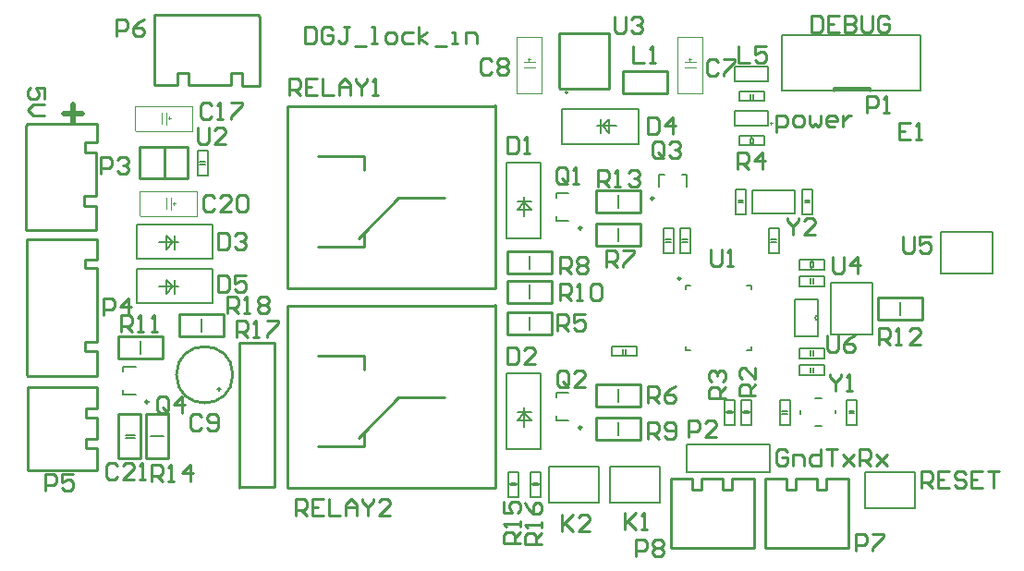
<source format=gto>
%FSLAX25Y25*%
%MOIN*%
G70*
G01*
G75*
%ADD10R,0.04724X0.05512*%
%ADD11R,0.05500X0.07700*%
%ADD12R,0.04200X0.08800*%
%ADD13R,0.04000X0.04000*%
%ADD14R,0.07200X0.16000*%
%ADD15R,0.07200X0.08000*%
%ADD16R,0.08000X0.02500*%
%ADD17R,0.02500X0.04000*%
%ADD18R,0.01400X0.04000*%
%ADD19R,0.08800X0.04200*%
%ADD20R,0.04000X0.04000*%
%ADD21R,0.07000X0.06000*%
%ADD22R,0.05512X0.04724*%
%ADD23R,0.05906X0.04724*%
%ADD24R,0.02953X0.02362*%
%ADD25R,0.04000X0.03500*%
%ADD26R,0.03937X0.07087*%
%ADD27R,0.04724X0.03150*%
%ADD28R,0.02362X0.02953*%
%ADD29R,0.02362X0.07874*%
%ADD30R,0.03150X0.04724*%
%ADD31R,0.05906X0.01969*%
%ADD32R,0.05906X0.02362*%
%ADD33R,0.05906X0.02480*%
%ADD34R,0.06000X0.07000*%
%ADD35R,0.07700X0.05500*%
%ADD36O,0.01180X0.05906*%
%ADD37O,0.05906X0.01180*%
%ADD38R,0.17716X0.17716*%
%ADD39C,0.02000*%
%ADD40C,0.01000*%
%ADD41C,0.04000*%
%ADD42C,0.08000*%
%ADD43C,0.10000*%
%ADD44C,0.08000*%
%ADD45R,0.08000X0.08000*%
%ADD46R,0.08000X0.06000*%
%ADD47O,0.08000X0.06000*%
%ADD48C,0.06000*%
%ADD49R,0.06000X0.06000*%
%ADD50R,0.05906X0.05906*%
%ADD51C,0.05906*%
%ADD52R,0.06000X0.08000*%
%ADD53O,0.06000X0.08000*%
%ADD54C,0.20000*%
%ADD55C,0.04000*%
%ADD56R,0.03000X0.03000*%
%ADD57C,0.02500*%
%ADD58C,0.05000*%
%ADD59R,0.17700X0.17700*%
%ADD60C,0.00600*%
%ADD61C,0.00984*%
%ADD62C,0.00787*%
%ADD63C,0.00800*%
%ADD64C,0.00400*%
D39*
X16200Y162298D02*
X22864D01*
X19532Y165631D02*
Y158966D01*
D40*
X77171Y68200D02*
G03*
X77171Y68200I-10171J0D01*
G01*
X197916Y170000D02*
G03*
X197916Y170000I-316J0D01*
G01*
X238551Y102873D02*
G03*
X238551Y102873I-424J0D01*
G01*
X79600Y79700D02*
X91300D01*
X79600Y27500D02*
Y79700D01*
Y27500D02*
X79700Y27600D01*
X92100D01*
X92200Y27700D01*
Y79600D01*
X92100Y79700D02*
X92200Y79600D01*
X91300Y79700D02*
X92100D01*
X122450Y45500D02*
X124450Y47500D01*
X107950Y75000D02*
X124450D01*
Y70000D02*
Y75000D01*
X107950Y42500D02*
X124450D01*
Y47500D01*
X136950Y60000D01*
X153450D01*
X171950Y27500D02*
Y93500D01*
X171450Y93000D02*
X171950Y93500D01*
X96950Y93000D02*
X171450D01*
X96950Y27500D02*
Y93000D01*
Y27500D02*
X171950D01*
X23800Y148300D02*
Y152100D01*
X28000Y147400D02*
Y148300D01*
X23800D02*
X28000D01*
Y132800D02*
Y147400D01*
X23800Y152100D02*
X28200D01*
Y158600D01*
X3200D02*
X28200D01*
X2500Y157900D02*
X3200Y158600D01*
X2500Y120500D02*
Y157900D01*
Y120500D02*
X17500D01*
X23500Y132800D02*
X28000D01*
X23500Y129000D02*
Y132800D01*
Y129000D02*
X28000D01*
Y120500D02*
Y129000D01*
X17500Y120500D02*
X28000D01*
X74000Y82000D02*
Y90000D01*
X58000D02*
X74000D01*
X58000Y82000D02*
Y90000D01*
Y82000D02*
X74000D01*
X122450Y117500D02*
X124450Y119500D01*
X107950Y147000D02*
X124450D01*
Y142000D02*
Y147000D01*
X107950Y114500D02*
X124450D01*
Y119500D01*
X136950Y132000D01*
X153450D01*
X171950Y99500D02*
Y165500D01*
X171450Y165000D02*
X171950Y165500D01*
X96950Y165000D02*
X171450D01*
X96950Y99500D02*
Y165000D01*
Y99500D02*
X171950D01*
X194900Y171800D02*
X195300Y171400D01*
X194900Y171800D02*
Y191500D01*
X212900D01*
Y171500D02*
Y191500D01*
X212800Y171400D02*
X212900Y171500D01*
X195300Y171400D02*
X212800D01*
X234000Y169600D02*
Y177600D01*
X218000D02*
X234000D01*
X218000Y169600D02*
Y177600D01*
Y169600D02*
X234000D01*
X76600Y176900D02*
X80400D01*
X75700Y172700D02*
X76600D01*
Y176900D01*
X61100Y172700D02*
X75700D01*
X80400Y172500D02*
Y176900D01*
Y172500D02*
X86900D01*
Y197500D01*
X86200Y198200D02*
X86900Y197500D01*
X48800Y198200D02*
X86200D01*
X48800Y183200D02*
Y198200D01*
X61100Y172700D02*
Y177200D01*
X57300D02*
X61100D01*
X57300Y172700D02*
Y177200D01*
X48800Y172700D02*
X57300D01*
X48800D02*
Y183200D01*
X299300Y5700D02*
Y20700D01*
X269300Y7200D02*
Y25200D01*
Y30700D01*
X276800D01*
Y26700D02*
Y30700D01*
Y26700D02*
X280300D01*
Y30700D01*
X287800D01*
Y26700D02*
Y30700D01*
Y26700D02*
X291300D01*
Y30700D01*
X299300D01*
Y20700D02*
Y30700D01*
X269300Y5700D02*
X299300D01*
X269300D02*
Y7200D01*
X265300Y5700D02*
Y20700D01*
X235300Y7200D02*
Y25200D01*
Y30700D01*
X242800D01*
Y26700D02*
Y30700D01*
Y26700D02*
X246300D01*
Y30700D01*
X253800D01*
Y26700D02*
Y30700D01*
Y26700D02*
X257300D01*
Y30700D01*
X265300D01*
Y20700D02*
Y30700D01*
X235300Y5700D02*
X265300D01*
X235300D02*
Y7200D01*
X36000Y38000D02*
Y54000D01*
X44000D01*
Y38000D02*
Y54000D01*
X36000Y38000D02*
X44000D01*
X310000Y88000D02*
Y96000D01*
Y88000D02*
X326000D01*
Y96000D01*
X310000D02*
X326000D01*
X18300Y67700D02*
X28300D01*
Y76700D01*
X23800D02*
X28300D01*
X23800D02*
Y80200D01*
X28300D01*
Y106700D01*
X23800D02*
X28300D01*
X23800D02*
Y109700D01*
X28300D01*
Y117200D01*
X2800D02*
X28300D01*
X2800Y68200D02*
Y117200D01*
Y68200D02*
X3300Y67700D01*
X18300D01*
X3300Y63700D02*
X4800D01*
X3300Y33700D02*
Y63700D01*
X18300Y33700D02*
X28300D01*
Y41700D01*
X24300D02*
X28300D01*
X24300D02*
Y45200D01*
X28300D01*
Y52700D01*
X24300D02*
X28300D01*
X24300D02*
Y56200D01*
X28300D01*
Y63700D01*
X22800D02*
X28300D01*
X4800D02*
X22800D01*
X3300Y33700D02*
X18300D01*
X36000Y74000D02*
Y82000D01*
Y74000D02*
X52000D01*
Y82000D01*
X36000D02*
X52000D01*
X192300Y94200D02*
Y102200D01*
X176300D02*
X192300D01*
X176300Y94200D02*
Y102200D01*
Y94200D02*
X192300D01*
X224300Y44700D02*
Y52700D01*
X208300D02*
X224300D01*
X208300Y44700D02*
Y52700D01*
Y44700D02*
X224300D01*
X192300Y104700D02*
Y112700D01*
X176300D02*
X192300D01*
X176300Y104700D02*
Y112700D01*
Y104700D02*
X192300D01*
X208300Y114700D02*
Y122700D01*
Y114700D02*
X224300D01*
Y122700D01*
X208300D02*
X224300D01*
Y56700D02*
Y64700D01*
X208300D02*
X224300D01*
X208300Y56700D02*
Y64700D01*
Y56700D02*
X224300D01*
X176300Y82700D02*
Y90700D01*
Y82700D02*
X192300D01*
Y90700D01*
X176300D02*
X192300D01*
X293800Y170700D02*
Y171700D01*
X306800D01*
Y170700D02*
Y171700D01*
X208300Y134700D02*
X224300D01*
Y126700D02*
Y134700D01*
X208300Y126700D02*
X224300D01*
X208300D02*
Y134700D01*
X46000Y38000D02*
Y54000D01*
X54000D01*
Y38000D02*
Y54000D01*
X46000Y38000D02*
X54000D01*
X60900Y139071D02*
Y150471D01*
X43600Y139071D02*
X60900D01*
X43600D02*
Y150471D01*
X60900D01*
X52463Y139071D02*
Y150471D01*
X78700Y81800D02*
Y87798D01*
X81699D01*
X82699Y86798D01*
Y84799D01*
X81699Y83799D01*
X78700D01*
X80699D02*
X82699Y81800D01*
X84698D02*
X86697D01*
X85698D01*
Y87798D01*
X84698Y86798D01*
X89696Y87798D02*
X93695D01*
Y86798D01*
X89696Y82800D01*
Y81800D01*
X100000Y17400D02*
Y23398D01*
X102999D01*
X103999Y22398D01*
Y20399D01*
X102999Y19399D01*
X100000D01*
X101999D02*
X103999Y17400D01*
X109997Y23398D02*
X105998D01*
Y17400D01*
X109997D01*
X105998Y20399D02*
X107997D01*
X111996Y23398D02*
Y17400D01*
X115995D01*
X117994D02*
Y21399D01*
X119993Y23398D01*
X121993Y21399D01*
Y17400D01*
Y20399D01*
X117994D01*
X123992Y23398D02*
Y22398D01*
X125992Y20399D01*
X127991Y22398D01*
Y23398D01*
X125992Y20399D02*
Y17400D01*
X133989D02*
X129990D01*
X133989Y21399D01*
Y22398D01*
X132989Y23398D01*
X130990D01*
X129990Y22398D01*
X75300Y90300D02*
Y96298D01*
X78299D01*
X79299Y95298D01*
Y93299D01*
X78299Y92299D01*
X75300D01*
X77299D02*
X79299Y90300D01*
X81298D02*
X83297D01*
X82298D01*
Y96298D01*
X81298Y95298D01*
X86296D02*
X87296Y96298D01*
X89296D01*
X90295Y95298D01*
Y94299D01*
X89296Y93299D01*
X90295Y92299D01*
Y91300D01*
X89296Y90300D01*
X87296D01*
X86296Y91300D01*
Y92299D01*
X87296Y93299D01*
X86296Y94299D01*
Y95298D01*
X87296Y93299D02*
X89296D01*
X65799Y53098D02*
X64799Y54098D01*
X62800D01*
X61800Y53098D01*
Y49100D01*
X62800Y48100D01*
X64799D01*
X65799Y49100D01*
X67798D02*
X68798Y48100D01*
X70797D01*
X71797Y49100D01*
Y53098D01*
X70797Y54098D01*
X68798D01*
X67798Y53098D01*
Y52099D01*
X68798Y51099D01*
X71797D01*
X97500Y169000D02*
Y174998D01*
X100499D01*
X101499Y173998D01*
Y171999D01*
X100499Y170999D01*
X97500D01*
X99499D02*
X101499Y169000D01*
X107497Y174998D02*
X103498D01*
Y169000D01*
X107497D01*
X103498Y171999D02*
X105497D01*
X109496Y174998D02*
Y169000D01*
X113495D01*
X115494D02*
Y172999D01*
X117493Y174998D01*
X119493Y172999D01*
Y169000D01*
Y171999D01*
X115494D01*
X121492Y174998D02*
Y173998D01*
X123492Y171999D01*
X125491Y173998D01*
Y174998D01*
X123492Y171999D02*
Y169000D01*
X127490D02*
X129490D01*
X128490D01*
Y174998D01*
X127490Y173998D01*
X72000Y104198D02*
Y98200D01*
X74999D01*
X75999Y99200D01*
Y103198D01*
X74999Y104198D01*
X72000D01*
X81997D02*
X77998D01*
Y101199D01*
X79997Y102199D01*
X80997D01*
X81997Y101199D01*
Y99200D01*
X80997Y98200D01*
X78998D01*
X77998Y99200D01*
X214800Y197498D02*
Y192500D01*
X215800Y191500D01*
X217799D01*
X218799Y192500D01*
Y197498D01*
X220798Y196498D02*
X221798Y197498D01*
X223797D01*
X224797Y196498D01*
Y195499D01*
X223797Y194499D01*
X222797D01*
X223797D01*
X224797Y193499D01*
Y192500D01*
X223797Y191500D01*
X221798D01*
X220798Y192500D01*
X291600Y82398D02*
Y77400D01*
X292600Y76400D01*
X294599D01*
X295599Y77400D01*
Y82398D01*
X301597D02*
X299597Y81398D01*
X297598Y79399D01*
Y77400D01*
X298598Y76400D01*
X300597D01*
X301597Y77400D01*
Y78399D01*
X300597Y79399D01*
X297598D01*
X318800Y117898D02*
Y112900D01*
X319800Y111900D01*
X321799D01*
X322799Y112900D01*
Y117898D01*
X328797D02*
X324798D01*
Y114899D01*
X326797Y115899D01*
X327797D01*
X328797Y114899D01*
Y112900D01*
X327797Y111900D01*
X325798D01*
X324798Y112900D01*
X293450Y110648D02*
Y105650D01*
X294450Y104650D01*
X296449D01*
X297449Y105650D01*
Y110648D01*
X302447Y104650D02*
Y110648D01*
X299448Y107649D01*
X303447D01*
X321599Y159198D02*
X317600D01*
Y153200D01*
X321599D01*
X317600Y156199D02*
X319599D01*
X323598Y153200D02*
X325597D01*
X324598D01*
Y159198D01*
X323598Y158198D01*
X226800Y161098D02*
Y155100D01*
X229799D01*
X230799Y156100D01*
Y160098D01*
X229799Y161098D01*
X226800D01*
X235797Y155100D02*
Y161098D01*
X232798Y158099D01*
X236797D01*
X222600Y2800D02*
Y8798D01*
X225599D01*
X226599Y7798D01*
Y5799D01*
X225599Y4799D01*
X222600D01*
X228598Y7798D02*
X229598Y8798D01*
X231597D01*
X232597Y7798D01*
Y6799D01*
X231597Y5799D01*
X232597Y4799D01*
Y3800D01*
X231597Y2800D01*
X229598D01*
X228598Y3800D01*
Y4799D01*
X229598Y5799D01*
X228598Y6799D01*
Y7798D01*
X229598Y5799D02*
X231597D01*
X302000Y4700D02*
Y10698D01*
X304999D01*
X305999Y9698D01*
Y7699D01*
X304999Y6699D01*
X302000D01*
X307998Y10698D02*
X311997D01*
Y9698D01*
X307998Y5700D01*
Y4700D01*
X249600Y113298D02*
Y108300D01*
X250600Y107300D01*
X252599D01*
X253599Y108300D01*
Y113298D01*
X255598Y107300D02*
X257597D01*
X256598D01*
Y113298D01*
X255598Y112298D01*
X35499Y35398D02*
X34499Y36398D01*
X32500D01*
X31500Y35398D01*
Y31400D01*
X32500Y30400D01*
X34499D01*
X35499Y31400D01*
X41497Y30400D02*
X37498D01*
X41497Y34399D01*
Y35398D01*
X40497Y36398D01*
X38498D01*
X37498Y35398D01*
X43496Y30400D02*
X45496D01*
X44496D01*
Y36398D01*
X43496Y35398D01*
X310200Y79000D02*
Y84998D01*
X313199D01*
X314199Y83998D01*
Y81999D01*
X313199Y80999D01*
X310200D01*
X312199D02*
X314199Y79000D01*
X316198D02*
X318197D01*
X317198D01*
Y84998D01*
X316198Y83998D01*
X325195Y79000D02*
X321196D01*
X325195Y82999D01*
Y83998D01*
X324196Y84998D01*
X322196D01*
X321196Y83998D01*
X259600Y186698D02*
Y180700D01*
X263599D01*
X269597Y186698D02*
X265598D01*
Y183699D01*
X267597Y184699D01*
X268597D01*
X269597Y183699D01*
Y181700D01*
X268597Y180700D01*
X266598D01*
X265598Y181700D01*
X35300Y190500D02*
Y196498D01*
X38299D01*
X39299Y195498D01*
Y193499D01*
X38299Y192499D01*
X35300D01*
X45297Y196498D02*
X43297Y195498D01*
X41298Y193499D01*
Y191500D01*
X42298Y190500D01*
X44297D01*
X45297Y191500D01*
Y192499D01*
X44297Y193499D01*
X41298D01*
X36900Y83700D02*
Y89698D01*
X39899D01*
X40899Y88698D01*
Y86699D01*
X39899Y85699D01*
X36900D01*
X38899D02*
X40899Y83700D01*
X42898D02*
X44897D01*
X43898D01*
Y89698D01*
X42898Y88698D01*
X47896Y83700D02*
X49896D01*
X48896D01*
Y89698D01*
X47896Y88698D01*
X9500Y26300D02*
Y32298D01*
X12499D01*
X13499Y31298D01*
Y29299D01*
X12499Y28299D01*
X9500D01*
X19497Y32298D02*
X15498D01*
Y29299D01*
X17497Y30299D01*
X18497D01*
X19497Y29299D01*
Y27300D01*
X18497Y26300D01*
X16498D01*
X15498Y27300D01*
X30500Y89600D02*
Y95598D01*
X33499D01*
X34499Y94598D01*
Y92599D01*
X33499Y91599D01*
X30500D01*
X39497Y89600D02*
Y95598D01*
X36498Y92599D01*
X40497D01*
X64700Y157298D02*
Y152300D01*
X65700Y151300D01*
X67699D01*
X68699Y152300D01*
Y157298D01*
X74697Y151300D02*
X70698D01*
X74697Y155299D01*
Y156298D01*
X73697Y157298D01*
X71698D01*
X70698Y156298D01*
X9298Y167801D02*
Y171800D01*
X6299D01*
X7299Y169801D01*
Y168801D01*
X6299Y167801D01*
X4300D01*
X3300Y168801D01*
Y170800D01*
X4300Y171800D01*
X9298Y165802D02*
X5299D01*
X3300Y163803D01*
X5299Y161803D01*
X9298D01*
X29400Y140700D02*
Y146698D01*
X32399D01*
X33399Y145698D01*
Y143699D01*
X32399Y142699D01*
X29400D01*
X35398Y145698D02*
X36398Y146698D01*
X38397D01*
X39397Y145698D01*
Y144699D01*
X38397Y143699D01*
X37397D01*
X38397D01*
X39397Y142699D01*
Y141700D01*
X38397Y140700D01*
X36398D01*
X35398Y141700D01*
X69499Y165498D02*
X68499Y166498D01*
X66500D01*
X65500Y165498D01*
Y161500D01*
X66500Y160500D01*
X68499D01*
X69499Y161500D01*
X71498Y160500D02*
X73497D01*
X72498D01*
Y166498D01*
X71498Y165498D01*
X76496Y166498D02*
X80495D01*
Y165498D01*
X76496Y161500D01*
Y160500D01*
X197799Y137900D02*
Y141898D01*
X196799Y142898D01*
X194800D01*
X193800Y141898D01*
Y137900D01*
X194800Y136900D01*
X196799D01*
X195799Y138899D02*
X197799Y136900D01*
X196799D02*
X197799Y137900D01*
X199798Y136900D02*
X201797D01*
X200798D01*
Y142898D01*
X199798Y141898D01*
X198299Y64700D02*
Y68698D01*
X197299Y69698D01*
X195300D01*
X194300Y68698D01*
Y64700D01*
X195300Y63700D01*
X197299D01*
X196299Y65699D02*
X198299Y63700D01*
X197299D02*
X198299Y64700D01*
X204297Y63700D02*
X200298D01*
X204297Y67699D01*
Y68698D01*
X203297Y69698D01*
X201298D01*
X200298Y68698D01*
X211800Y107200D02*
Y113198D01*
X214799D01*
X215799Y112198D01*
Y110199D01*
X214799Y109199D01*
X211800D01*
X213799D02*
X215799Y107200D01*
X217798Y113198D02*
X221797D01*
Y112198D01*
X217798Y108200D01*
Y107200D01*
X195300Y104800D02*
Y110798D01*
X198299D01*
X199299Y109798D01*
Y107799D01*
X198299Y106799D01*
X195300D01*
X197299D02*
X199299Y104800D01*
X201298Y109798D02*
X202298Y110798D01*
X204297D01*
X205297Y109798D01*
Y108799D01*
X204297Y107799D01*
X205297Y106799D01*
Y105800D01*
X204297Y104800D01*
X202298D01*
X201298Y105800D01*
Y106799D01*
X202298Y107799D01*
X201298Y108799D01*
Y109798D01*
X202298Y107799D02*
X204297D01*
X226800Y45200D02*
Y51198D01*
X229799D01*
X230799Y50198D01*
Y48199D01*
X229799Y47199D01*
X226800D01*
X228799D02*
X230799Y45200D01*
X232798Y46200D02*
X233798Y45200D01*
X235797D01*
X236797Y46200D01*
Y50198D01*
X235797Y51198D01*
X233798D01*
X232798Y50198D01*
Y49199D01*
X233798Y48199D01*
X236797D01*
X195300Y94900D02*
Y100898D01*
X198299D01*
X199299Y99898D01*
Y97899D01*
X198299Y96899D01*
X195300D01*
X197299D02*
X199299Y94900D01*
X201298D02*
X203297D01*
X202298D01*
Y100898D01*
X201298Y99898D01*
X206296D02*
X207296Y100898D01*
X209296D01*
X210295Y99898D01*
Y95900D01*
X209296Y94900D01*
X207296D01*
X206296Y95900D01*
Y99898D01*
X252099Y181198D02*
X251099Y182198D01*
X249100D01*
X248100Y181198D01*
Y177200D01*
X249100Y176200D01*
X251099D01*
X252099Y177200D01*
X254098Y182198D02*
X258097D01*
Y181198D01*
X254098Y177200D01*
Y176200D01*
X170399Y181398D02*
X169399Y182398D01*
X167400D01*
X166400Y181398D01*
Y177400D01*
X167400Y176400D01*
X169399D01*
X170399Y177400D01*
X172398Y181398D02*
X173398Y182398D01*
X175397D01*
X176397Y181398D01*
Y180399D01*
X175397Y179399D01*
X176397Y178399D01*
Y177400D01*
X175397Y176400D01*
X173398D01*
X172398Y177400D01*
Y178399D01*
X173398Y179399D01*
X172398Y180399D01*
Y181398D01*
X173398Y179399D02*
X175397D01*
X218400Y18298D02*
Y12300D01*
Y14299D01*
X222399Y18298D01*
X219400Y15299D01*
X222399Y12300D01*
X224398D02*
X226397D01*
X225398D01*
Y18298D01*
X224398Y17298D01*
X195800Y17698D02*
Y11700D01*
Y13699D01*
X199799Y17698D01*
X196800Y14699D01*
X199799Y11700D01*
X205797D02*
X201798D01*
X205797Y15699D01*
Y16698D01*
X204797Y17698D01*
X202798D01*
X201798Y16698D01*
X221700Y186598D02*
Y180600D01*
X225699D01*
X227698D02*
X229697D01*
X228698D01*
Y186598D01*
X227698Y185598D01*
X273300Y155601D02*
Y161599D01*
X276299D01*
X277299Y160599D01*
Y158600D01*
X276299Y157600D01*
X273300D01*
X280298D02*
X282297D01*
X283297Y158600D01*
Y160599D01*
X282297Y161599D01*
X280298D01*
X279298Y160599D01*
Y158600D01*
X280298Y157600D01*
X285296Y161599D02*
Y158600D01*
X286296Y157600D01*
X287296Y158600D01*
X288295Y157600D01*
X289295Y158600D01*
Y161599D01*
X294293Y157600D02*
X292294D01*
X291294Y158600D01*
Y160599D01*
X292294Y161599D01*
X294293D01*
X295293Y160599D01*
Y159599D01*
X291294D01*
X297292Y161599D02*
Y157600D01*
Y159599D01*
X298292Y160599D01*
X299292Y161599D01*
X300291D01*
X285900Y197798D02*
Y191800D01*
X288899D01*
X289899Y192800D01*
Y196798D01*
X288899Y197798D01*
X285900D01*
X295897D02*
X291898D01*
Y191800D01*
X295897D01*
X291898Y194799D02*
X293897D01*
X297896Y197798D02*
Y191800D01*
X300895D01*
X301895Y192800D01*
Y193799D01*
X300895Y194799D01*
X297896D01*
X300895D01*
X301895Y195799D01*
Y196798D01*
X300895Y197798D01*
X297896D01*
X303894D02*
Y192800D01*
X304894Y191800D01*
X306893D01*
X307893Y192800D01*
Y197798D01*
X313891Y196798D02*
X312891Y197798D01*
X310892D01*
X309892Y196798D01*
Y192800D01*
X310892Y191800D01*
X312891D01*
X313891Y192800D01*
Y194799D01*
X311892D01*
X305900Y162600D02*
Y168598D01*
X308899D01*
X309899Y167598D01*
Y165599D01*
X308899Y164599D01*
X305900D01*
X311898Y162600D02*
X313897D01*
X312898D01*
Y168598D01*
X311898Y167598D01*
X277199Y40498D02*
X276199Y41498D01*
X274200D01*
X273200Y40498D01*
Y36500D01*
X274200Y35500D01*
X276199D01*
X277199Y36500D01*
Y38499D01*
X275199D01*
X279198Y35500D02*
Y39499D01*
X282197D01*
X283197Y38499D01*
Y35500D01*
X289195Y41498D02*
Y35500D01*
X286196D01*
X285196Y36500D01*
Y38499D01*
X286196Y39499D01*
X289195D01*
X291194Y41498D02*
X295193D01*
X293194D01*
Y35500D01*
X297192Y39499D02*
X301191Y35500D01*
X299192Y37499D01*
X301191Y39499D01*
X297192Y35500D01*
X303190D02*
Y41498D01*
X306189D01*
X307189Y40498D01*
Y38499D01*
X306189Y37499D01*
X303190D01*
X305190D02*
X307189Y35500D01*
X309188Y39499D02*
X313187Y35500D01*
X311188Y37499D01*
X313187Y39499D01*
X309188Y35500D01*
X241408Y45608D02*
Y51607D01*
X244408D01*
X245407Y50607D01*
Y48608D01*
X244408Y47608D01*
X241408D01*
X251405Y45608D02*
X247407D01*
X251405Y49607D01*
Y50607D01*
X250406Y51607D01*
X248406D01*
X247407Y50607D01*
X265700Y60700D02*
X259702D01*
Y63699D01*
X260702Y64699D01*
X262701D01*
X263701Y63699D01*
Y60700D01*
Y62699D02*
X265700Y64699D01*
Y70697D02*
Y66698D01*
X261701Y70697D01*
X260702D01*
X259702Y69697D01*
Y67698D01*
X260702Y66698D01*
X254800Y59700D02*
X248802D01*
Y62699D01*
X249802Y63699D01*
X251801D01*
X252801Y62699D01*
Y59700D01*
Y61699D02*
X254800Y63699D01*
X249802Y65698D02*
X248802Y66698D01*
Y68697D01*
X249802Y69697D01*
X250801D01*
X251801Y68697D01*
Y67697D01*
Y68697D01*
X252801Y69697D01*
X253800D01*
X254800Y68697D01*
Y66698D01*
X253800Y65698D01*
X259100Y142300D02*
Y148298D01*
X262099D01*
X263099Y147298D01*
Y145299D01*
X262099Y144299D01*
X259100D01*
X261099D02*
X263099Y142300D01*
X268097D02*
Y148298D01*
X265098Y145299D01*
X269097D01*
X194300Y84200D02*
Y90198D01*
X197299D01*
X198299Y89198D01*
Y87199D01*
X197299Y86199D01*
X194300D01*
X196299D02*
X198299Y84200D01*
X204297Y90198D02*
X200298D01*
Y87199D01*
X202297Y88199D01*
X203297D01*
X204297Y87199D01*
Y85200D01*
X203297Y84200D01*
X201298D01*
X200298Y85200D01*
X226800Y58200D02*
Y64198D01*
X229799D01*
X230799Y63198D01*
Y61199D01*
X229799Y60199D01*
X226800D01*
X228799D02*
X230799Y58200D01*
X236797Y64198D02*
X234797Y63198D01*
X232798Y61199D01*
Y59200D01*
X233798Y58200D01*
X235797D01*
X236797Y59200D01*
Y60199D01*
X235797Y61199D01*
X232798D01*
X325400Y27300D02*
Y33298D01*
X328399D01*
X329399Y32298D01*
Y30299D01*
X328399Y29299D01*
X325400D01*
X327399D02*
X329399Y27300D01*
X335397Y33298D02*
X331398D01*
Y27300D01*
X335397D01*
X331398Y30299D02*
X333397D01*
X341395Y32298D02*
X340395Y33298D01*
X338396D01*
X337396Y32298D01*
Y31299D01*
X338396Y30299D01*
X340395D01*
X341395Y29299D01*
Y28300D01*
X340395Y27300D01*
X338396D01*
X337396Y28300D01*
X347393Y33298D02*
X343394D01*
Y27300D01*
X347393D01*
X343394Y30299D02*
X345393D01*
X349392Y33298D02*
X353391D01*
X351392D01*
Y27300D01*
X292600Y68298D02*
Y67298D01*
X294599Y65299D01*
X296599Y67298D01*
Y68298D01*
X294599Y65299D02*
Y62300D01*
X298598D02*
X300597D01*
X299598D01*
Y68298D01*
X298598Y67298D01*
X277300Y124698D02*
Y123698D01*
X279299Y121699D01*
X281299Y123698D01*
Y124698D01*
X279299Y121699D02*
Y118700D01*
X287297D02*
X283298D01*
X287297Y122699D01*
Y123698D01*
X286297Y124698D01*
X284298D01*
X283298Y123698D01*
X232399Y147300D02*
Y151298D01*
X231399Y152298D01*
X229400D01*
X228400Y151298D01*
Y147300D01*
X229400Y146300D01*
X231399D01*
X230399Y148299D02*
X232399Y146300D01*
X231399D02*
X232399Y147300D01*
X234398Y151298D02*
X235398Y152298D01*
X237397D01*
X238397Y151298D01*
Y150299D01*
X237397Y149299D01*
X236397D01*
X237397D01*
X238397Y148299D01*
Y147300D01*
X237397Y146300D01*
X235398D01*
X234398Y147300D01*
X53999Y55400D02*
Y59398D01*
X52999Y60398D01*
X51000D01*
X50000Y59398D01*
Y55400D01*
X51000Y54400D01*
X52999D01*
X51999Y56399D02*
X53999Y54400D01*
X52999D02*
X53999Y55400D01*
X58997Y54400D02*
Y60398D01*
X55998Y57399D01*
X59997D01*
X208800Y136200D02*
Y142198D01*
X211799D01*
X212799Y141198D01*
Y139199D01*
X211799Y138199D01*
X208800D01*
X210799D02*
X212799Y136200D01*
X214798D02*
X216797D01*
X215798D01*
Y142198D01*
X214798Y141198D01*
X219796D02*
X220796Y142198D01*
X222796D01*
X223795Y141198D01*
Y140199D01*
X222796Y139199D01*
X221796D01*
X222796D01*
X223795Y138199D01*
Y137200D01*
X222796Y136200D01*
X220796D01*
X219796Y137200D01*
X48000Y29800D02*
Y35798D01*
X50999D01*
X51999Y34798D01*
Y32799D01*
X50999Y31799D01*
X48000D01*
X49999D02*
X51999Y29800D01*
X53998D02*
X55997D01*
X54998D01*
Y35798D01*
X53998Y34798D01*
X61996Y29800D02*
Y35798D01*
X58996Y32799D01*
X62995D01*
X180900Y7300D02*
X174902D01*
Y10299D01*
X175902Y11299D01*
X177901D01*
X178901Y10299D01*
Y7300D01*
Y9299D02*
X180900Y11299D01*
Y13298D02*
Y15297D01*
Y14298D01*
X174902D01*
X175902Y13298D01*
X174902Y22295D02*
Y18296D01*
X177901D01*
X176901Y20296D01*
Y21295D01*
X177901Y22295D01*
X179900D01*
X180900Y21295D01*
Y19296D01*
X179900Y18296D01*
X188600Y7100D02*
X182602D01*
Y10099D01*
X183602Y11099D01*
X185601D01*
X186601Y10099D01*
Y7100D01*
Y9099D02*
X188600Y11099D01*
Y13098D02*
Y15097D01*
Y14098D01*
X182602D01*
X183602Y13098D01*
X182602Y22095D02*
X183602Y20096D01*
X185601Y18096D01*
X187600D01*
X188600Y19096D01*
Y21095D01*
X187600Y22095D01*
X186601D01*
X185601Y21095D01*
Y18096D01*
X70699Y131998D02*
X69699Y132998D01*
X67700D01*
X66700Y131998D01*
Y128000D01*
X67700Y127000D01*
X69699D01*
X70699Y128000D01*
X76697Y127000D02*
X72698D01*
X76697Y130999D01*
Y131998D01*
X75697Y132998D01*
X73698D01*
X72698Y131998D01*
X78696D02*
X79696Y132998D01*
X81695D01*
X82695Y131998D01*
Y128000D01*
X81695Y127000D01*
X79696D01*
X78696Y128000D01*
Y131998D01*
X72000Y119498D02*
Y113500D01*
X74999D01*
X75999Y114500D01*
Y118498D01*
X74999Y119498D01*
X72000D01*
X77998Y118498D02*
X78998Y119498D01*
X80997D01*
X81997Y118498D01*
Y117499D01*
X80997Y116499D01*
X79997D01*
X80997D01*
X81997Y115499D01*
Y114500D01*
X80997Y113500D01*
X78998D01*
X77998Y114500D01*
X176350Y154148D02*
Y148150D01*
X179349D01*
X180349Y149150D01*
Y153148D01*
X179349Y154148D01*
X176350D01*
X182348Y148150D02*
X184347D01*
X183348D01*
Y154148D01*
X182348Y153148D01*
X176350Y78148D02*
Y72150D01*
X179349D01*
X180349Y73150D01*
Y77148D01*
X179349Y78148D01*
X176350D01*
X186347Y72150D02*
X182348D01*
X186347Y76149D01*
Y77148D01*
X185347Y78148D01*
X183348D01*
X182348Y77148D01*
X103100Y193598D02*
Y187600D01*
X106099D01*
X107099Y188600D01*
Y192598D01*
X106099Y193598D01*
X103100D01*
X113097Y192598D02*
X112097Y193598D01*
X110098D01*
X109098Y192598D01*
Y188600D01*
X110098Y187600D01*
X112097D01*
X113097Y188600D01*
Y190599D01*
X111097D01*
X119095Y193598D02*
X117095D01*
X118095D01*
Y188600D01*
X117095Y187600D01*
X116096D01*
X115096Y188600D01*
X121094Y186600D02*
X125093D01*
X127092Y187600D02*
X129092D01*
X128092D01*
Y193598D01*
X127092D01*
X133090Y187600D02*
X135090D01*
X136089Y188600D01*
Y190599D01*
X135090Y191599D01*
X133090D01*
X132091Y190599D01*
Y188600D01*
X133090Y187600D01*
X142087Y191599D02*
X139088D01*
X138089Y190599D01*
Y188600D01*
X139088Y187600D01*
X142087D01*
X144087D02*
Y193598D01*
Y189599D02*
X147086Y191599D01*
X144087Y189599D02*
X147086Y187600D01*
X150085Y186600D02*
X154084D01*
X156083Y187600D02*
X158082D01*
X157082D01*
Y191599D01*
X156083D01*
X161081Y187600D02*
Y191599D01*
X164080D01*
X165080Y190599D01*
Y187600D01*
D60*
X288200Y89622D02*
G03*
X288200Y87778I0J-922D01*
G01*
X332700Y104800D02*
X351300D01*
Y119800D01*
X332800D02*
X351300D01*
X332700Y119700D02*
X332800Y119800D01*
X332700Y104800D02*
Y119700D01*
X288200Y82100D02*
Y95400D01*
X279900Y82100D02*
X288200D01*
X279800Y82000D02*
X279900Y82100D01*
X279800Y82000D02*
Y95400D01*
X288200D01*
X292800Y82700D02*
Y101300D01*
Y82700D02*
X307800D01*
Y101200D01*
X307700Y101300D02*
X307800Y101200D01*
X292800Y101300D02*
X307700D01*
X38500Y46500D02*
X42000D01*
X38500Y45500D02*
X42000D01*
X268800Y166900D02*
Y170500D01*
X259800D02*
X268800D01*
X259800Y166900D02*
Y170500D01*
Y166900D02*
X268800D01*
X264812Y167755D02*
Y169527D01*
X263827Y167755D02*
Y169527D01*
X264700Y134800D02*
X267100D01*
X264700Y126500D02*
Y134800D01*
Y126500D02*
X279900D01*
Y134800D01*
X267100D02*
X279900D01*
X239355Y117173D02*
X241127D01*
X239355Y116188D02*
X241127D01*
X238500Y112200D02*
Y121200D01*
X242100D01*
Y112200D02*
Y121200D01*
X238500Y112200D02*
X242100D01*
X217828Y75755D02*
Y77527D01*
X218812Y75755D02*
Y77527D01*
X213800Y74900D02*
X222800D01*
X213800D02*
Y78500D01*
X222800D01*
Y74900D02*
Y78500D01*
X285527Y69055D02*
Y70827D01*
X286512Y69055D02*
Y70827D01*
X281500Y68200D02*
X290500D01*
X281500D02*
Y71800D01*
X290500D01*
Y68200D02*
Y71800D01*
X286473Y75173D02*
Y76945D01*
X285488Y75173D02*
Y76945D01*
X281500Y77800D02*
X290500D01*
Y74200D02*
Y77800D01*
X281500Y74200D02*
X290500D01*
X281500D02*
Y77800D01*
X286473Y101173D02*
Y102945D01*
X285488Y101173D02*
Y102945D01*
X281500Y103800D02*
X290500D01*
Y100200D02*
Y103800D01*
X281500Y100200D02*
X290500D01*
X281500D02*
Y103800D01*
X271355Y117173D02*
X273127D01*
X271355Y116188D02*
X273127D01*
X270500Y112200D02*
Y121200D01*
X274100D01*
Y112200D02*
Y121200D01*
X270500Y112200D02*
X274100D01*
X275355Y55172D02*
X277127D01*
X275355Y54188D02*
X277127D01*
X274500Y50200D02*
Y59200D01*
X278100D01*
Y50200D02*
Y59200D01*
X274500Y50200D02*
X278100D01*
X299473Y54228D02*
X301245D01*
X299473Y55212D02*
X301245D01*
X302100Y50200D02*
Y59200D01*
X298500Y50200D02*
X302100D01*
X298500D02*
Y59200D01*
X302100D01*
X283473Y130227D02*
X285245D01*
X283473Y131212D02*
X285245D01*
X286100Y126200D02*
Y135200D01*
X282500Y126200D02*
X286100D01*
X282500D02*
Y135200D01*
X286100D01*
X259473Y130227D02*
X261245D01*
X259473Y131212D02*
X261245D01*
X262100Y126200D02*
Y135200D01*
X258500Y126200D02*
X262100D01*
X258500D02*
Y135200D01*
X262100D01*
X233355Y117173D02*
X235127D01*
X233355Y116188D02*
X235127D01*
X232500Y112200D02*
Y121200D01*
X236100D01*
Y112200D02*
Y121200D01*
X232500Y112200D02*
X236100D01*
X213300Y22200D02*
X231300D01*
X213300D02*
Y35200D01*
X231300D01*
Y22200D02*
Y35200D01*
X191300D02*
X209300D01*
Y22200D02*
Y35200D01*
X191300Y22200D02*
X209300D01*
X191300D02*
Y35200D01*
X281500Y106200D02*
Y109800D01*
Y106200D02*
X290500D01*
Y109800D01*
X281500D02*
X290500D01*
X285961Y106200D02*
Y107055D01*
X285488Y107173D02*
X286473D01*
X285488D02*
Y108945D01*
X286473Y107173D02*
Y108945D01*
X285961Y108866D02*
Y109800D01*
X285488Y108945D02*
X286473D01*
X260500Y59200D02*
X264100D01*
X260500Y50200D02*
Y59200D01*
Y50200D02*
X264100D01*
Y59200D01*
X260500Y54739D02*
X261355D01*
X261473Y54228D02*
Y55212D01*
X263245D01*
X261473Y54228D02*
X263245D01*
X263166Y54739D02*
X264100D01*
X263245Y54228D02*
Y55212D01*
X254500Y59200D02*
X258100D01*
X254500Y50200D02*
Y59200D01*
Y50200D02*
X258100D01*
Y59200D01*
X254500Y54739D02*
X255355D01*
X255473Y54228D02*
Y55212D01*
X257245D01*
X255473Y54228D02*
X257245D01*
X257166Y54739D02*
X258100D01*
X257245Y54228D02*
Y55212D01*
X268800Y150900D02*
Y154500D01*
X259800D02*
X268800D01*
X259800Y150900D02*
Y154500D01*
Y150900D02*
X268800D01*
X264339Y153645D02*
Y154500D01*
X263827Y153527D02*
X264812D01*
Y151755D02*
Y153527D01*
X263827Y151755D02*
Y153527D01*
X264339Y150900D02*
Y151834D01*
X263827Y151755D02*
X264812D01*
X305300Y33200D02*
X323300D01*
Y20200D02*
Y33200D01*
X305300Y20200D02*
X323300D01*
X305300D02*
Y33200D01*
X65355Y145173D02*
X67127D01*
X65355Y144188D02*
X67127D01*
X64500Y140200D02*
Y149200D01*
X68100D01*
Y140200D02*
Y149200D01*
X64500Y140200D02*
X68100D01*
X187245Y28227D02*
Y29212D01*
X187166Y28739D02*
X188100D01*
X185473Y28227D02*
X187245D01*
X185473Y29212D02*
X187245D01*
X185473Y28227D02*
Y29212D01*
X184500Y28739D02*
X185355D01*
X188100Y24200D02*
Y33200D01*
X184500Y24200D02*
X188100D01*
X184500D02*
Y33200D01*
X188100D01*
X179245Y28227D02*
Y29212D01*
X179166Y28739D02*
X180100D01*
X177473Y28227D02*
X179245D01*
X177473Y29212D02*
X179245D01*
X177473Y28227D02*
Y29212D01*
X176500Y28739D02*
X177355D01*
X180100Y24200D02*
Y33200D01*
X176500Y24200D02*
X180100D01*
X176500D02*
Y33200D01*
X180100D01*
X240489Y98936D02*
Y100511D01*
X242064D01*
X262536D02*
X264111D01*
Y98936D02*
Y100511D01*
X240489Y76889D02*
Y78464D01*
Y76889D02*
X242064D01*
X264111D02*
Y78464D01*
X262536Y76889D02*
X264111D01*
X73000Y63100D02*
X71667D01*
X72334Y62434D02*
Y63767D01*
D61*
X202965Y49121D02*
G03*
X202965Y49121I-492J0D01*
G01*
Y121121D02*
G03*
X202965Y121121I-492J0D01*
G01*
X228913Y131827D02*
G03*
X228913Y131827I-492J0D01*
G01*
X46665Y58421D02*
G03*
X46665Y58421I-492J0D01*
G01*
D62*
X66000Y83638D02*
Y88362D01*
X241000Y43000D02*
X271000D01*
X241000Y33000D02*
Y43000D01*
Y33000D02*
X271000D01*
Y43000D01*
X318000Y89638D02*
Y94362D01*
X287100Y49779D02*
X289500D01*
X287100Y59621D02*
X289500D01*
X294599Y54300D02*
Y55402D01*
X282001Y54199D02*
Y55301D01*
X44000Y75638D02*
Y80362D01*
X184300Y95838D02*
Y100562D01*
X216300Y46338D02*
Y51062D01*
X184300Y106338D02*
Y111062D01*
X216300Y116338D02*
Y121062D01*
Y58338D02*
Y63062D01*
X184300Y84338D02*
Y89062D01*
X258300Y163259D02*
X270300D01*
X258300Y158141D02*
Y163259D01*
Y158141D02*
X270300D01*
Y163259D01*
X193812Y59948D02*
Y61720D01*
Y51680D02*
Y53452D01*
Y51680D02*
X198339D01*
X193812Y61720D02*
X198339D01*
X193812Y131948D02*
Y133720D01*
Y123680D02*
Y125452D01*
Y123680D02*
X198339D01*
X193812Y133720D02*
X198339D01*
X325300Y170700D02*
Y190700D01*
X275300Y170700D02*
Y190700D01*
X325300D01*
X275300Y170700D02*
X325300D01*
X239248Y140488D02*
X241020D01*
X230980D02*
X232752D01*
X230980Y135961D02*
Y140488D01*
X241020Y135961D02*
Y140488D01*
X216300Y128338D02*
Y133062D01*
X47638Y46000D02*
X52362D01*
X37512Y69248D02*
Y71020D01*
Y60980D02*
Y62752D01*
Y60980D02*
X42039D01*
X37512Y71020D02*
X42039D01*
X258300Y174141D02*
X270300D01*
Y179259D01*
X258300D02*
X270300D01*
X258300Y174141D02*
Y179259D01*
D63*
X42600Y94000D02*
Y106500D01*
Y94000D02*
X70000D01*
Y106500D01*
X42600D02*
X70000D01*
X50600Y100000D02*
X57600D01*
X56100Y97500D02*
Y102500D01*
X53100Y97500D02*
Y102500D01*
Y97500D02*
X55600Y100000D01*
X53100Y102500D02*
X55600Y100000D01*
X210400Y158000D02*
X212900Y155500D01*
X210400Y158000D02*
X212900Y160500D01*
Y155500D02*
Y160500D01*
X209900Y155500D02*
Y160500D01*
X208400Y158000D02*
X215400D01*
X196000Y151500D02*
X223400D01*
X196000D02*
Y164000D01*
X223400D01*
Y151500D02*
Y164000D01*
X53100Y118500D02*
X55600Y116000D01*
X53100Y113500D02*
X55600Y116000D01*
X53100Y113500D02*
Y118500D01*
X56100Y113500D02*
Y118500D01*
X50600Y116000D02*
X57600D01*
X42600Y122500D02*
X70000D01*
Y110000D02*
Y122500D01*
X42600Y110000D02*
X70000D01*
X42600D02*
Y122500D01*
X179800Y127800D02*
X182300Y130300D01*
X184800Y127800D01*
X179800D02*
X184800D01*
X179800Y130800D02*
X184800D01*
X182300Y125300D02*
Y132300D01*
X175800Y117300D02*
Y144700D01*
X188300D01*
Y117300D02*
Y144700D01*
X175800Y117300D02*
X188300D01*
X179800Y51800D02*
X182300Y54300D01*
X184800Y51800D01*
X179800D02*
X184800D01*
X179800Y54800D02*
X184800D01*
X182300Y49300D02*
Y56300D01*
X175800Y41300D02*
Y68700D01*
X188300D01*
Y41300D02*
Y68700D01*
X175800Y41300D02*
X188300D01*
D64*
X179600Y190200D02*
X188600D01*
X179600Y169700D02*
Y190200D01*
Y169700D02*
X188400D01*
X188600Y169900D01*
Y190200D01*
X182100Y180900D02*
X186200D01*
X182100Y179100D02*
X186100D01*
X237600Y190200D02*
X246600D01*
X237600Y169700D02*
Y190200D01*
Y169700D02*
X246400D01*
X246600Y169900D01*
Y190200D01*
X240100Y180900D02*
X244200D01*
X240100Y179100D02*
X244100D01*
X51400Y158600D02*
Y162600D01*
X53200Y158500D02*
Y162600D01*
X42200Y156100D02*
X62500D01*
X42000Y156300D02*
X42200Y156100D01*
X42000Y156300D02*
Y165100D01*
X62500D01*
Y156100D02*
Y165100D01*
X53100Y127900D02*
Y131900D01*
X54900Y127800D02*
Y131900D01*
X43900Y125400D02*
X64200D01*
X43700Y125600D02*
X43900Y125400D01*
X43700Y125600D02*
Y134400D01*
X64200D01*
Y125400D02*
Y134400D01*
X183950Y182500D02*
Y181500D01*
X184450Y182000D02*
X183450D01*
X241950Y182500D02*
Y181500D01*
X242450Y182000D02*
X241450D01*
X271800Y158950D02*
X270800D01*
X271300Y158450D02*
Y159450D01*
X54800Y160750D02*
X53800D01*
X54300Y160250D02*
Y161250D01*
X56500Y130050D02*
X55500D01*
X56000Y129550D02*
Y130550D01*
M02*

</source>
